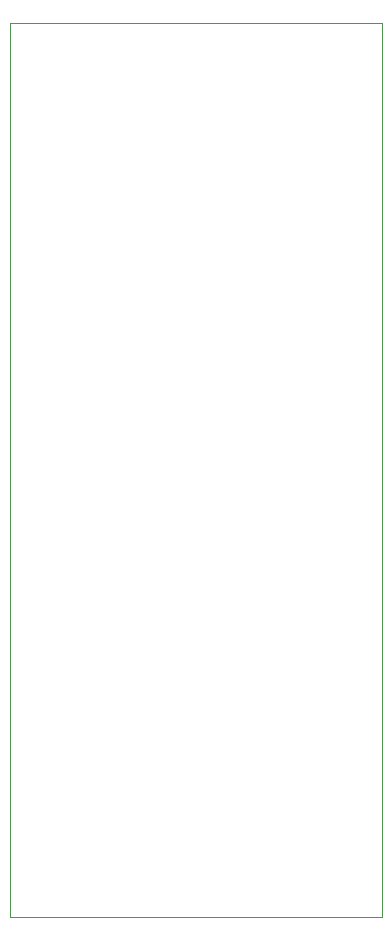
<source format=gm1>
G04 #@! TF.GenerationSoftware,KiCad,Pcbnew,(6.0.11)*
G04 #@! TF.CreationDate,2024-06-07T20:39:17+02:00*
G04 #@! TF.ProjectId,z80-dot-gal,7a38302d-646f-4742-9d67-616c2e6b6963,rev?*
G04 #@! TF.SameCoordinates,Original*
G04 #@! TF.FileFunction,Profile,NP*
%FSLAX46Y46*%
G04 Gerber Fmt 4.6, Leading zero omitted, Abs format (unit mm)*
G04 Created by KiCad (PCBNEW (6.0.11)) date 2024-06-07 20:39:17*
%MOMM*%
%LPD*%
G01*
G04 APERTURE LIST*
G04 #@! TA.AperFunction,Profile*
%ADD10C,0.100000*%
G04 #@! TD*
G04 APERTURE END LIST*
D10*
X113284000Y-136398000D02*
X144780000Y-136398000D01*
X113284000Y-60706000D02*
X144780000Y-60706000D01*
X144780000Y-136398000D02*
X144780000Y-60706000D01*
X113284000Y-60706000D02*
X113284000Y-136398000D01*
M02*

</source>
